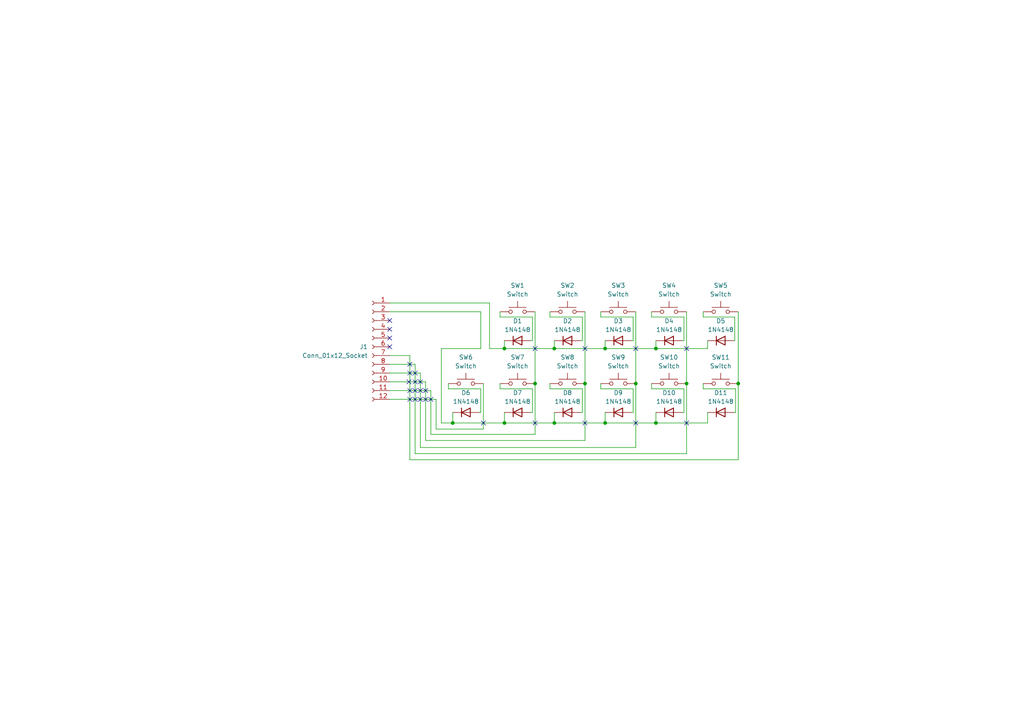
<source format=kicad_sch>
(kicad_sch (version 20230121) (generator eeschema)
  (paper "A4")
  (lib_symbols
    (symbol "Connector:Conn_01x12_Socket" (pin_names (offset 1.016) hide)
      (property "Reference" "J" (at 0 15.24 0))
      (property "Value" "Conn_01x12_Socket" (at 0 -17.78 0))
      (symbol "Conn_01x12_Socket_1_1"
        (arc (start 0 -14.732) (mid -0.5058 -15.24) (end 0 -15.748) (stroke (width 0.1524)))
        (arc (start 0 -12.192) (mid -0.5058 -12.7) (end 0 -13.208) (stroke (width 0.1524)))
        (arc (start 0 -9.652) (mid -0.5058 -10.16) (end 0 -10.668) (stroke (width 0.1524)))
        (arc (start 0 -7.112) (mid -0.5058 -7.62) (end 0 -8.128) (stroke (width 0.1524)))
        (arc (start 0 -4.572) (mid -0.5058 -5.08) (end 0 -5.588) (stroke (width 0.1524)))
        (arc (start 0 -2.032) (mid -0.5058 -2.54) (end 0 -3.048) (stroke (width 0.1524)))
        (polyline (pts (xy -1.27 -15.24) (xy -0.508 -15.24)) (stroke (width 0.1524)))
        (polyline (pts (xy -1.27 -12.7) (xy -0.508 -12.7)) (stroke (width 0.1524)))
        (polyline (pts (xy -1.27 -10.16) (xy -0.508 -10.16)) (stroke (width 0.1524)))
        (polyline (pts (xy -1.27 -7.62) (xy -0.508 -7.62)) (stroke (width 0.1524)))
        (polyline (pts (xy -1.27 -5.08) (xy -0.508 -5.08)) (stroke (width 0.1524)))
        (polyline (pts (xy -1.27 -2.54) (xy -0.508 -2.54)) (stroke (width 0.1524)))
        (polyline (pts (xy -1.27 0) (xy -0.508 0)) (stroke (width 0.1524)))
        (polyline (pts (xy -1.27 2.54) (xy -0.508 2.54)) (stroke (width 0.1524)))
        (polyline (pts (xy -1.27 5.08) (xy -0.508 5.08)) (stroke (width 0.1524)))
        (polyline (pts (xy -1.27 7.62) (xy -0.508 7.62)) (stroke (width 0.1524)))
        (polyline (pts (xy -1.27 10.16) (xy -0.508 10.16)) (stroke (width 0.1524)))
        (polyline (pts (xy -1.27 12.7) (xy -0.508 12.7)) (stroke (width 0.1524)))
        (arc (start 0 0.508) (mid -0.5058 0) (end 0 -0.508) (stroke (width 0.1524)))
        (arc (start 0 3.048) (mid -0.5058 2.54) (end 0 2.032) (stroke (width 0.1524)))
        (arc (start 0 5.588) (mid -0.5058 5.08) (end 0 4.572) (stroke (width 0.1524)))
        (arc (start 0 8.128) (mid -0.5058 7.62) (end 0 7.112) (stroke (width 0.1524)))
        (arc (start 0 10.668) (mid -0.5058 10.16) (end 0 9.652) (stroke (width 0.1524)))
        (arc (start 0 13.208) (mid -0.5058 12.7) (end 0 12.192) (stroke (width 0.1524)))
        (pin passive line (at -5.08 12.7 0) (length 3.81) (name "Pin_1") (number "1"))
        (pin passive line (at -5.08 -10.16 0) (length 3.81) (name "Pin_10") (number "10"))
        (pin passive line (at -5.08 -12.7 0) (length 3.81) (name "Pin_11") (number "11"))
        (pin passive line (at -5.08 -15.24 0) (length 3.81) (name "Pin_12") (number "12"))
        (pin passive line (at -5.08 10.16 0) (length 3.81) (name "Pin_2") (number "2"))
        (pin passive line (at -5.08 7.62 0) (length 3.81) (name "Pin_3") (number "3"))
        (pin passive line (at -5.08 5.08 0) (length 3.81) (name "Pin_4") (number "4"))
        (pin passive line (at -5.08 2.54 0) (length 3.81) (name "Pin_5") (number "5"))
        (pin passive line (at -5.08 0 0) (length 3.81) (name "Pin_6") (number "6"))
        (pin passive line (at -5.08 -2.54 0) (length 3.81) (name "Pin_7") (number "7"))
        (pin passive line (at -5.08 -5.08 0) (length 3.81) (name "Pin_8") (number "8"))
        (pin passive line (at -5.08 -7.62 0) (length 3.81) (name "Pin_9") (number "9"))
      )
    )
    (symbol "Diode:1N4148" (pin_numbers hide) (pin_names hide)
      (property "Reference" "D" (at 0 2.54 0))
      (property "Value" "1N4148" (at 0 -2.54 0))
      (symbol "1N4148_0_1"
        (polyline (pts (xy -1.27 1.27) (xy -1.27 -1.27)) (stroke (width 0.254)))
        (polyline (pts (xy 1.27 0) (xy -1.27 0)))
        (polyline (pts (xy 1.27 1.27) (xy 1.27 -1.27) (xy -1.27 0) (xy 1.27 1.27)) (stroke (width 0.254)))
      )
      (symbol "1N4148_1_1"
        (pin passive line (at -3.81 0 0) (length 2.54) (name "K") (number "1"))
        (pin passive line (at 3.81 0 180) (length 2.54) (name "A") (number "2"))
      )
    )
    (symbol "ScottoKeebs:Placeholder_Switch" (pin_numbers hide) (pin_names (offset 1.016) hide)
      (property "Reference" "SW" (at 1.27 2.54 0))
      (property "Value" "Switch" (at 0 -1.524 0))
      (symbol "Placeholder_Switch_0_1"
        (circle (center -2.032 0) (radius 0.508))
        (polyline (pts (xy 0 1.27) (xy 0 3.048)))
        (polyline (pts (xy 2.54 1.27) (xy -2.54 1.27)))
        (circle (center 2.032 0) (radius 0.508))
        (pin passive line (at -5.08 0 0) (length 2.54) (name "1") (number "1"))
        (pin passive line (at 5.08 0 180) (length 2.54) (name "2") (number "2"))
      )
    )
  )
  (junction (at 214.122 111.252))
  (junction (at 146.304 122.682))
  (junction (at 160.782 101.092))
  (junction (at 175.514 101.092))
  (junction (at 190.246 122.682))
  (junction (at 160.782 122.682))
  (junction (at 175.514 122.682))
  (junction (at 199.136 111.252))
  (junction (at 190.246 101.092))
  (junction (at 169.672 111.252))
  (junction (at 146.304 101.092))
  (junction (at 155.194 111.252))
  (junction (at 184.404 111.252))
  (junction (at 131.318 122.682))
  (no_connect (at 121.92 113.284))
  (no_connect (at 121.92 110.744))
  (no_connect (at 120.396 115.824))
  (no_connect (at 118.872 115.824))
  (no_connect (at 184.404 122.682))
  (no_connect (at 140.208 122.682))
  (no_connect (at 118.872 113.284))
  (no_connect (at 113.03 100.584))
  (no_connect (at 118.618 110.744))
  (no_connect (at 120.396 108.204))
  (no_connect (at 121.92 115.824))
  (no_connect (at 113.03 95.504))
  (no_connect (at 184.404 101.092))
  (no_connect (at 120.396 113.284))
  (no_connect (at 169.672 101.092))
  (no_connect (at 169.672 122.682))
  (no_connect (at 118.872 108.204))
  (no_connect (at 118.872 105.664))
  (no_connect (at 199.136 101.092))
  (no_connect (at 199.136 122.682))
  (no_connect (at 113.03 98.044))
  (no_connect (at 124.968 115.824))
  (no_connect (at 123.444 115.824))
  (no_connect (at 155.194 101.092))
  (no_connect (at 120.396 110.744))
  (no_connect (at 113.03 92.964))
  (no_connect (at 155.194 122.682))
  (no_connect (at 123.444 113.284))
  (wire (pts (xy 159.512 111.252) (xy 159.512 112.776)))
  (wire (pts (xy 184.404 111.252) (xy 184.404 129.794)))
  (wire (pts (xy 113.03 110.744) (xy 123.444 110.744)))
  (wire (pts (xy 139.446 112.776) (xy 139.446 119.634)))
  (wire (pts (xy 154.432 98.806) (xy 153.924 98.806)))
  (wire (pts (xy 145.034 90.424) (xy 145.034 91.948)))
  (wire (pts (xy 169.672 90.424) (xy 169.672 111.252)))
  (wire (pts (xy 175.514 101.092) (xy 160.782 101.092)))
  (wire (pts (xy 214.122 133.35) (xy 118.872 133.35)))
  (wire (pts (xy 128.016 122.682) (xy 128.016 101.092)))
  (wire (pts (xy 197.866 119.634) (xy 198.374 119.634)))
  (wire (pts (xy 214.122 90.424) (xy 214.122 111.252)))
  (wire (pts (xy 118.872 103.124) (xy 118.872 133.35)))
  (wire (pts (xy 203.962 111.252) (xy 203.962 112.776)))
  (wire (pts (xy 205.232 119.634) (xy 205.232 122.682)))
  (wire (pts (xy 159.512 91.948) (xy 168.91 91.948)))
  (wire (pts (xy 205.232 101.092) (xy 190.246 101.092)))
  (wire (pts (xy 175.514 98.806) (xy 175.514 101.092)))
  (wire (pts (xy 184.404 129.794) (xy 121.92 129.794)))
  (wire (pts (xy 199.136 131.572) (xy 120.396 131.572)))
  (wire (pts (xy 126.492 115.824) (xy 126.492 124.46)))
  (wire (pts (xy 160.782 101.092) (xy 146.304 101.092)))
  (wire (pts (xy 169.672 127.762) (xy 123.444 127.762)))
  (wire (pts (xy 213.106 98.806) (xy 212.852 98.806)))
  (wire (pts (xy 160.782 122.682) (xy 146.304 122.682)))
  (wire (pts (xy 145.034 91.948) (xy 154.432 91.948)))
  (wire (pts (xy 190.246 101.092) (xy 175.514 101.092)))
  (wire (pts (xy 214.122 111.252) (xy 214.122 133.35)))
  (wire (pts (xy 174.244 91.948) (xy 183.642 91.948)))
  (wire (pts (xy 198.374 112.776) (xy 198.374 119.634)))
  (wire (pts (xy 154.432 112.776) (xy 154.432 119.634)))
  (wire (pts (xy 139.446 119.634) (xy 138.938 119.634)))
  (wire (pts (xy 139.446 90.424) (xy 113.03 90.424)))
  (wire (pts (xy 145.034 111.252) (xy 145.034 112.776)))
  (wire (pts (xy 199.136 111.252) (xy 199.136 131.572)))
  (wire (pts (xy 118.872 103.124) (xy 113.03 103.124)))
  (wire (pts (xy 198.374 98.806) (xy 197.866 98.806)))
  (wire (pts (xy 168.91 98.806) (xy 168.402 98.806)))
  (wire (pts (xy 183.642 91.948) (xy 183.642 98.806)))
  (wire (pts (xy 175.514 122.682) (xy 160.782 122.682)))
  (wire (pts (xy 113.03 113.284) (xy 124.968 113.284)))
  (wire (pts (xy 140.208 124.46) (xy 140.208 111.252)))
  (wire (pts (xy 124.968 125.984) (xy 124.968 113.284)))
  (wire (pts (xy 155.194 90.424) (xy 155.194 111.252)))
  (wire (pts (xy 199.136 90.424) (xy 199.136 111.252)))
  (wire (pts (xy 146.304 122.682) (xy 131.318 122.682)))
  (wire (pts (xy 128.016 101.092) (xy 139.446 101.092)))
  (wire (pts (xy 154.432 91.948) (xy 154.432 98.806)))
  (wire (pts (xy 146.304 98.806) (xy 146.304 101.092)))
  (wire (pts (xy 168.91 91.948) (xy 168.91 98.806)))
  (wire (pts (xy 183.642 98.806) (xy 183.134 98.806)))
  (wire (pts (xy 141.986 87.884) (xy 113.03 87.884)))
  (wire (pts (xy 203.962 91.948) (xy 213.106 91.948)))
  (wire (pts (xy 203.962 112.776) (xy 213.36 112.776)))
  (wire (pts (xy 145.034 112.776) (xy 154.432 112.776)))
  (wire (pts (xy 198.374 91.948) (xy 198.374 98.806)))
  (wire (pts (xy 213.106 91.948) (xy 213.106 98.806)))
  (wire (pts (xy 188.976 111.252) (xy 188.976 112.776)))
  (wire (pts (xy 154.432 119.634) (xy 153.924 119.634)))
  (wire (pts (xy 121.92 108.204) (xy 113.03 108.204)))
  (wire (pts (xy 190.246 98.806) (xy 190.246 101.092)))
  (wire (pts (xy 131.318 119.634) (xy 131.318 122.682)))
  (wire (pts (xy 174.244 111.252) (xy 174.244 112.776)))
  (wire (pts (xy 160.782 119.634) (xy 160.782 122.682)))
  (wire (pts (xy 139.446 101.092) (xy 139.446 90.424)))
  (wire (pts (xy 159.512 112.776) (xy 168.91 112.776)))
  (wire (pts (xy 121.92 108.204) (xy 121.92 129.794)))
  (wire (pts (xy 190.246 119.634) (xy 190.246 122.682)))
  (wire (pts (xy 120.396 105.664) (xy 113.03 105.664)))
  (wire (pts (xy 123.444 127.762) (xy 123.444 110.744)))
  (wire (pts (xy 168.91 119.634) (xy 168.402 119.634)))
  (wire (pts (xy 168.91 112.776) (xy 168.91 119.634)))
  (wire (pts (xy 174.244 112.776) (xy 183.642 112.776)))
  (wire (pts (xy 113.03 115.824) (xy 126.492 115.824)))
  (wire (pts (xy 146.304 119.634) (xy 146.304 122.682)))
  (wire (pts (xy 174.244 90.424) (xy 174.244 91.948)))
  (wire (pts (xy 205.232 122.682) (xy 190.246 122.682)))
  (wire (pts (xy 130.048 112.776) (xy 139.446 112.776)))
  (wire (pts (xy 213.36 119.634) (xy 212.852 119.634)))
  (wire (pts (xy 169.672 111.252) (xy 169.672 127.762)))
  (wire (pts (xy 155.194 125.984) (xy 124.968 125.984)))
  (wire (pts (xy 188.976 91.948) (xy 198.374 91.948)))
  (wire (pts (xy 188.976 112.776) (xy 198.374 112.776)))
  (wire (pts (xy 205.232 98.806) (xy 205.232 101.092)))
  (wire (pts (xy 184.404 90.424) (xy 184.404 111.252)))
  (wire (pts (xy 155.194 111.252) (xy 155.194 125.984)))
  (wire (pts (xy 175.514 119.634) (xy 175.514 122.682)))
  (wire (pts (xy 203.962 90.424) (xy 203.962 91.948)))
  (wire (pts (xy 159.512 90.424) (xy 159.512 91.948)))
  (wire (pts (xy 183.642 112.776) (xy 183.642 119.634)))
  (wire (pts (xy 131.318 122.682) (xy 128.016 122.682)))
  (wire (pts (xy 126.492 124.46) (xy 140.208 124.46)))
  (wire (pts (xy 213.36 112.776) (xy 213.36 119.634)))
  (wire (pts (xy 183.642 119.634) (xy 183.134 119.634)))
  (wire (pts (xy 146.304 101.092) (xy 141.986 101.092)))
  (wire (pts (xy 120.396 105.664) (xy 120.396 131.572)))
  (wire (pts (xy 130.048 111.252) (xy 130.048 112.776)))
  (wire (pts (xy 160.782 98.806) (xy 160.782 101.092)))
  (wire (pts (xy 188.976 90.424) (xy 188.976 91.948)))
  (wire (pts (xy 141.986 101.092) (xy 141.986 87.884)))
  (wire (pts (xy 190.246 122.682) (xy 175.514 122.682)))
  (symbol (lib_id "ScottoKeebs:Placeholder_Switch") (at 164.592 90.424 0) (unit 1)
    (property "Reference" "SW2" (at 164.592 82.804 0))
    (property "Value" "Switch" (at 164.592 85.344 0))
    (property "Footprint" "ScottoKeebs_Hotswap:Hotswap_MX_1.00u" (effects hide))
  )
  (symbol (lib_id "Diode:1N4148") (at 209.042 119.634 0) (unit 1)
    (property "Reference" "D11" (at 209.042 113.919 0))
    (property "Value" "1N4148" (at 209.042 116.459 0))
    (property "Footprint" "Diode_THT:D_DO-35_SOD27_P7.62mm_Horizontal" (effects hide))
    (property "Datasheet" "https://assets.nexperia.com/documents/data-sheet/1N4148_1N4448.pdf" (effects hide))
    (property "Sim.Device" "D" (effects hide))
    (property "Sim.Pins" "1=K 2=A" (effects hide))
  )
  (symbol (lib_id "ScottoKeebs:Placeholder_Switch") (at 209.042 111.252 0) (unit 1)
    (property "Reference" "SW11" (at 209.042 103.632 0))
    (property "Value" "Switch" (at 209.042 106.172 0))
    (property "Footprint" "ScottoKeebs_Hotswap:Hotswap_MX_1.00u" (effects hide))
  )
  (symbol (lib_id "Diode:1N4148") (at 194.056 98.806 0) (unit 1)
    (property "Reference" "D4" (at 194.056 93.091 0))
    (property "Value" "1N4148" (at 194.056 95.631 0))
    (property "Footprint" "Diode_THT:D_DO-35_SOD27_P7.62mm_Horizontal" (effects hide))
    (property "Datasheet" "https://assets.nexperia.com/documents/data-sheet/1N4148_1N4448.pdf" (effects hide))
    (property "Sim.Device" "D" (effects hide))
    (property "Sim.Pins" "1=K 2=A" (effects hide))
  )
  (symbol (lib_id "ScottoKeebs:Placeholder_Switch") (at 164.592 111.252 0) (unit 1)
    (property "Reference" "SW8" (at 164.592 103.632 0))
    (property "Value" "Switch" (at 164.592 106.172 0))
    (property "Footprint" "ScottoKeebs_Hotswap:Hotswap_MX_1.00u" (effects hide))
  )
  (symbol (lib_id "Diode:1N4148") (at 179.324 119.634 0) (unit 1)
    (property "Reference" "D9" (at 179.324 113.919 0))
    (property "Value" "1N4148" (at 179.324 116.459 0))
    (property "Footprint" "Diode_THT:D_DO-35_SOD27_P7.62mm_Horizontal" (effects hide))
    (property "Datasheet" "https://assets.nexperia.com/documents/data-sheet/1N4148_1N4448.pdf" (effects hide))
    (property "Sim.Device" "D" (effects hide))
    (property "Sim.Pins" "1=K 2=A" (effects hide))
  )
  (symbol (lib_id "Diode:1N4148") (at 135.128 119.634 0) (unit 1)
    (property "Reference" "D6" (at 135.128 113.919 0))
    (property "Value" "1N4148" (at 135.128 116.459 0))
    (property "Footprint" "Diode_THT:D_DO-35_SOD27_P7.62mm_Horizontal" (effects hide))
    (property "Datasheet" "https://assets.nexperia.com/documents/data-sheet/1N4148_1N4448.pdf" (effects hide))
    (property "Sim.Device" "D" (effects hide))
    (property "Sim.Pins" "1=K 2=A" (effects hide))
  )
  (symbol (lib_id "ScottoKeebs:Placeholder_Switch") (at 150.114 90.424 0) (unit 1)
    (property "Reference" "SW1" (at 150.114 82.804 0))
    (property "Value" "Switch" (at 150.114 85.344 0))
    (property "Footprint" "ScottoKeebs_Hotswap:Hotswap_MX_1.00u" (effects hide))
  )
  (symbol (lib_id "ScottoKeebs:Placeholder_Switch") (at 194.056 111.252 0) (unit 1)
    (property "Reference" "SW10" (at 194.056 103.632 0))
    (property "Value" "Switch" (at 194.056 106.172 0))
    (property "Footprint" "ScottoKeebs_Hotswap:Hotswap_MX_1.00u" (effects hide))
  )
  (symbol (lib_id "Diode:1N4148") (at 164.592 119.634 0) (unit 1)
    (property "Reference" "D8" (at 164.592 113.919 0))
    (property "Value" "1N4148" (at 164.592 116.459 0))
    (property "Footprint" "Diode_THT:D_DO-35_SOD27_P7.62mm_Horizontal" (effects hide))
    (property "Datasheet" "https://assets.nexperia.com/documents/data-sheet/1N4148_1N4448.pdf" (effects hide))
    (property "Sim.Device" "D" (effects hide))
    (property "Sim.Pins" "1=K 2=A" (effects hide))
  )
  (symbol (lib_id "Diode:1N4148") (at 150.114 119.634 0) (unit 1)
    (property "Reference" "D7" (at 150.114 113.919 0))
    (property "Value" "1N4148" (at 150.114 116.459 0))
    (property "Footprint" "Diode_THT:D_DO-35_SOD27_P7.62mm_Horizontal" (effects hide))
    (property "Datasheet" "https://assets.nexperia.com/documents/data-sheet/1N4148_1N4448.pdf" (effects hide))
    (property "Sim.Device" "D" (effects hide))
    (property "Sim.Pins" "1=K 2=A" (effects hide))
  )
  (symbol (lib_id "Connector:Conn_01x12_Socket") (at 107.95 100.584 0) (mirror y) (unit 1)
    (property "Reference" "J1" (at 106.68 100.584 0) (effects (justify left)))
    (property "Value" "Conn_01x12_Socket" (at 106.68 103.124 0) (effects (justify left)))
    (property "Footprint" "Connector_JST:JST_GH_SM12B-GHS-TB_1x12-1MP_P1.25mm_Horizontal" (effects hide))
  )
  (symbol (lib_id "ScottoKeebs:Placeholder_Switch") (at 209.042 90.424 0) (unit 1)
    (property "Reference" "SW5" (at 209.042 82.804 0))
    (property "Value" "Switch" (at 209.042 85.344 0))
    (property "Footprint" "ScottoKeebs_Hotswap:Hotswap_MX_1.00u" (effects hide))
  )
  (symbol (lib_id "ScottoKeebs:Placeholder_Switch") (at 179.324 111.252 0) (unit 1)
    (property "Reference" "SW9" (at 179.324 103.632 0))
    (property "Value" "Switch" (at 179.324 106.172 0))
    (property "Footprint" "ScottoKeebs_Hotswap:Hotswap_MX_1.00u" (effects hide))
  )
  (symbol (lib_id "ScottoKeebs:Placeholder_Switch") (at 135.128 111.252 0) (unit 1)
    (property "Reference" "SW6" (at 135.128 103.632 0))
    (property "Value" "Switch" (at 135.128 106.172 0))
    (property "Footprint" "ScottoKeebs_Hotswap:Hotswap_MX_1.00u" (effects hide))
  )
  (symbol (lib_id "ScottoKeebs:Placeholder_Switch") (at 194.056 90.424 0) (unit 1)
    (property "Reference" "SW4" (at 194.056 82.804 0))
    (property "Value" "Switch" (at 194.056 85.344 0))
    (property "Footprint" "ScottoKeebs_Hotswap:Hotswap_MX_1.00u" (effects hide))
  )
  (symbol (lib_id "Diode:1N4148") (at 164.592 98.806 0) (unit 1)
    (property "Reference" "D2" (at 164.592 93.091 0))
    (property "Value" "1N4148" (at 164.592 95.631 0))
    (property "Footprint" "Diode_THT:D_DO-35_SOD27_P7.62mm_Horizontal" (effects hide))
    (property "Datasheet" "https://assets.nexperia.com/documents/data-sheet/1N4148_1N4448.pdf" (effects hide))
    (property "Sim.Device" "D" (effects hide))
    (property "Sim.Pins" "1=K 2=A" (effects hide))
  )
  (symbol (lib_id "Diode:1N4148") (at 179.324 98.806 0) (unit 1)
    (property "Reference" "D3" (at 179.324 93.091 0))
    (property "Value" "1N4148" (at 179.324 95.631 0))
    (property "Footprint" "Diode_THT:D_DO-35_SOD27_P7.62mm_Horizontal" (effects hide))
    (property "Datasheet" "https://assets.nexperia.com/documents/data-sheet/1N4148_1N4448.pdf" (effects hide))
    (property "Sim.Device" "D" (effects hide))
    (property "Sim.Pins" "1=K 2=A" (effects hide))
  )
  (symbol (lib_id "ScottoKeebs:Placeholder_Switch") (at 179.324 90.424 0) (unit 1)
    (property "Reference" "SW3" (at 179.324 82.804 0))
    (property "Value" "Switch" (at 179.324 85.344 0))
    (property "Footprint" "ScottoKeebs_Hotswap:Hotswap_MX_1.00u" (effects hide))
  )
  (symbol (lib_id "Diode:1N4148") (at 209.042 98.806 0) (unit 1)
    (property "Reference" "D5" (at 209.042 93.091 0))
    (property "Value" "1N4148" (at 209.042 95.631 0))
    (property "Footprint" "Diode_THT:D_DO-35_SOD27_P7.62mm_Horizontal" (effects hide))
    (property "Datasheet" "https://assets.nexperia.com/documents/data-sheet/1N4148_1N4448.pdf" (effects hide))
    (property "Sim.Device" "D" (effects hide))
    (property "Sim.Pins" "1=K 2=A" (effects hide))
  )
  (symbol (lib_id "Diode:1N4148") (at 194.056 119.634 0) (unit 1)
    (property "Reference" "D10" (at 194.056 113.919 0))
    (property "Value" "1N4148" (at 194.056 116.459 0))
    (property "Footprint" "Diode_THT:D_DO-35_SOD27_P7.62mm_Horizontal" (effects hide))
    (property "Datasheet" "https://assets.nexperia.com/documents/data-sheet/1N4148_1N4448.pdf" (effects hide))
    (property "Sim.Device" "D" (effects hide))
    (property "Sim.Pins" "1=K 2=A" (effects hide))
  )
  (symbol (lib_id "ScottoKeebs:Placeholder_Switch") (at 150.114 111.252 0) (unit 1)
    (property "Reference" "SW7" (at 150.114 103.632 0))
    (property "Value" "Switch" (at 150.114 106.172 0))
    (property "Footprint" "ScottoKeebs_Hotswap:Hotswap_MX_1.00u" (effects hide))
  )
  (symbol (lib_id "Diode:1N4148") (at 150.114 98.806 0) (unit 1)
    (property "Reference" "D1" (at 150.114 93.091 0))
    (property "Value" "1N4148" (at 150.114 95.631 0))
    (property "Footprint" "Diode_THT:D_DO-35_SOD27_P7.62mm_Horizontal" (effects hide))
    (property "Datasheet" "https://assets.nexperia.com/documents/data-sheet/1N4148_1N4448.pdf" (effects hide))
    (property "Sim.Device" "D" (effects hide))
    (property "Sim.Pins" "1=K 2=A" (effects hide))
  )
)
</source>
